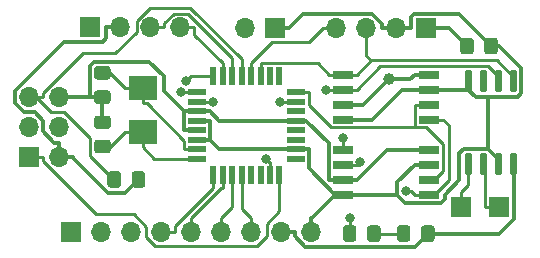
<source format=gtl>
%TF.GenerationSoftware,KiCad,Pcbnew,(5.1.6-0-10_14)*%
%TF.CreationDate,2020-11-29T14:34:25+01:00*%
%TF.ProjectId,ArduinoClone,41726475-696e-46f4-936c-6f6e652e6b69,v1.0*%
%TF.SameCoordinates,Original*%
%TF.FileFunction,Copper,L1,Top*%
%TF.FilePolarity,Positive*%
%FSLAX46Y46*%
G04 Gerber Fmt 4.6, Leading zero omitted, Abs format (unit mm)*
G04 Created by KiCad (PCBNEW (5.1.6-0-10_14)) date 2020-11-29 14:34:25*
%MOMM*%
%LPD*%
G01*
G04 APERTURE LIST*
%TA.AperFunction,ComponentPad*%
%ADD10O,1.700000X1.700000*%
%TD*%
%TA.AperFunction,ComponentPad*%
%ADD11R,1.700000X1.700000*%
%TD*%
%TA.AperFunction,SMDPad,CuDef*%
%ADD12R,1.700000X0.650000*%
%TD*%
%TA.AperFunction,SMDPad,CuDef*%
%ADD13R,0.550000X1.500000*%
%TD*%
%TA.AperFunction,SMDPad,CuDef*%
%ADD14R,1.500000X0.550000*%
%TD*%
%TA.AperFunction,SMDPad,CuDef*%
%ADD15R,1.750000X1.800000*%
%TD*%
%TA.AperFunction,SMDPad,CuDef*%
%ADD16R,2.400000X2.000000*%
%TD*%
%TA.AperFunction,ViaPad*%
%ADD17C,1.000000*%
%TD*%
%TA.AperFunction,ViaPad*%
%ADD18C,0.800000*%
%TD*%
%TA.AperFunction,Conductor*%
%ADD19C,0.300000*%
%TD*%
%TA.AperFunction,Conductor*%
%ADD20C,0.250000*%
%TD*%
G04 APERTURE END LIST*
D10*
%TO.P,BT1,2*%
%TO.N,GNDPWR*%
X112141000Y-128778000D03*
D11*
%TO.P,BT1,1*%
%TO.N,/Vcc*%
X114681000Y-128778000D03*
%TD*%
%TO.P,C1,1*%
%TO.N,Net-(C1-Pad1)*%
%TA.AperFunction,SMDPad,CuDef*%
G36*
G01*
X99625999Y-131995000D02*
X100526001Y-131995000D01*
G75*
G02*
X100776000Y-132244999I0J-249999D01*
G01*
X100776000Y-132895001D01*
G75*
G02*
X100526001Y-133145000I-249999J0D01*
G01*
X99625999Y-133145000D01*
G75*
G02*
X99376000Y-132895001I0J249999D01*
G01*
X99376000Y-132244999D01*
G75*
G02*
X99625999Y-131995000I249999J0D01*
G01*
G37*
%TD.AperFunction*%
%TO.P,C1,2*%
%TO.N,GNDPWR*%
%TA.AperFunction,SMDPad,CuDef*%
G36*
G01*
X99625999Y-134045000D02*
X100526001Y-134045000D01*
G75*
G02*
X100776000Y-134294999I0J-249999D01*
G01*
X100776000Y-134945001D01*
G75*
G02*
X100526001Y-135195000I-249999J0D01*
G01*
X99625999Y-135195000D01*
G75*
G02*
X99376000Y-134945001I0J249999D01*
G01*
X99376000Y-134294999D01*
G75*
G02*
X99625999Y-134045000I249999J0D01*
G01*
G37*
%TD.AperFunction*%
%TD*%
%TO.P,C2,2*%
%TO.N,GNDPWR*%
%TA.AperFunction,SMDPad,CuDef*%
G36*
G01*
X100526001Y-137336000D02*
X99625999Y-137336000D01*
G75*
G02*
X99376000Y-137086001I0J249999D01*
G01*
X99376000Y-136435999D01*
G75*
G02*
X99625999Y-136186000I249999J0D01*
G01*
X100526001Y-136186000D01*
G75*
G02*
X100776000Y-136435999I0J-249999D01*
G01*
X100776000Y-137086001D01*
G75*
G02*
X100526001Y-137336000I-249999J0D01*
G01*
G37*
%TD.AperFunction*%
%TO.P,C2,1*%
%TO.N,Net-(C2-Pad1)*%
%TA.AperFunction,SMDPad,CuDef*%
G36*
G01*
X100526001Y-139386000D02*
X99625999Y-139386000D01*
G75*
G02*
X99376000Y-139136001I0J249999D01*
G01*
X99376000Y-138485999D01*
G75*
G02*
X99625999Y-138236000I249999J0D01*
G01*
X100526001Y-138236000D01*
G75*
G02*
X100776000Y-138485999I0J-249999D01*
G01*
X100776000Y-139136001D01*
G75*
G02*
X100526001Y-139386000I-249999J0D01*
G01*
G37*
%TD.AperFunction*%
%TD*%
%TO.P,C3,2*%
%TO.N,GNDPWR*%
%TA.AperFunction,SMDPad,CuDef*%
G36*
G01*
X131512000Y-129851999D02*
X131512000Y-130752001D01*
G75*
G02*
X131262001Y-131002000I-249999J0D01*
G01*
X130611999Y-131002000D01*
G75*
G02*
X130362000Y-130752001I0J249999D01*
G01*
X130362000Y-129851999D01*
G75*
G02*
X130611999Y-129602000I249999J0D01*
G01*
X131262001Y-129602000D01*
G75*
G02*
X131512000Y-129851999I0J-249999D01*
G01*
G37*
%TD.AperFunction*%
%TO.P,C3,1*%
%TO.N,/Vcc*%
%TA.AperFunction,SMDPad,CuDef*%
G36*
G01*
X133562000Y-129851999D02*
X133562000Y-130752001D01*
G75*
G02*
X133312001Y-131002000I-249999J0D01*
G01*
X132661999Y-131002000D01*
G75*
G02*
X132412000Y-130752001I0J249999D01*
G01*
X132412000Y-129851999D01*
G75*
G02*
X132661999Y-129602000I249999J0D01*
G01*
X133312001Y-129602000D01*
G75*
G02*
X133562000Y-129851999I0J-249999D01*
G01*
G37*
%TD.AperFunction*%
%TD*%
%TO.P,D1,1*%
%TO.N,Net-(D1-Pad1)*%
%TA.AperFunction,SMDPad,CuDef*%
G36*
G01*
X123638000Y-145726999D02*
X123638000Y-146627001D01*
G75*
G02*
X123388001Y-146877000I-249999J0D01*
G01*
X122737999Y-146877000D01*
G75*
G02*
X122488000Y-146627001I0J249999D01*
G01*
X122488000Y-145726999D01*
G75*
G02*
X122737999Y-145477000I249999J0D01*
G01*
X123388001Y-145477000D01*
G75*
G02*
X123638000Y-145726999I0J-249999D01*
G01*
G37*
%TD.AperFunction*%
%TO.P,D1,2*%
%TO.N,/SCK*%
%TA.AperFunction,SMDPad,CuDef*%
G36*
G01*
X121588000Y-145726999D02*
X121588000Y-146627001D01*
G75*
G02*
X121338001Y-146877000I-249999J0D01*
G01*
X120687999Y-146877000D01*
G75*
G02*
X120438000Y-146627001I0J249999D01*
G01*
X120438000Y-145726999D01*
G75*
G02*
X120687999Y-145477000I249999J0D01*
G01*
X121338001Y-145477000D01*
G75*
G02*
X121588000Y-145726999I0J-249999D01*
G01*
G37*
%TD.AperFunction*%
%TD*%
%TO.P,J1,1*%
%TO.N,/D2*%
X97409000Y-146050000D03*
D10*
%TO.P,J1,2*%
%TO.N,/D3*%
X99949000Y-146050000D03*
%TO.P,J1,3*%
%TO.N,/D4*%
X102489000Y-146050000D03*
%TO.P,J1,4*%
%TO.N,/D5*%
X105029000Y-146050000D03*
%TO.P,J1,5*%
%TO.N,/D6*%
X107569000Y-146050000D03*
%TO.P,J1,6*%
%TO.N,/D7*%
X110109000Y-146050000D03*
%TO.P,J1,7*%
%TO.N,/D8*%
X112649000Y-146050000D03*
%TO.P,J1,8*%
%TO.N,GNDPWR*%
X115189000Y-146050000D03*
%TO.P,J1,9*%
%TO.N,/Vcc*%
X117729000Y-146050000D03*
%TD*%
D11*
%TO.P,J2,1*%
%TO.N,GNDPWR*%
X99060000Y-128728000D03*
D10*
%TO.P,J2,2*%
%TO.N,/Vcc*%
X101600000Y-128728000D03*
%TO.P,J2,3*%
%TO.N,/RX*%
X104140000Y-128728000D03*
%TO.P,J2,4*%
%TO.N,/TX*%
X106680000Y-128728000D03*
%TD*%
%TO.P,J3,4*%
%TO.N,/SCK*%
X119888000Y-128778000D03*
%TO.P,J3,3*%
%TO.N,/SDA*%
X122428000Y-128778000D03*
%TO.P,J3,2*%
%TO.N,/Vcc*%
X124968000Y-128778000D03*
D11*
%TO.P,J3,1*%
%TO.N,GNDPWR*%
X127508000Y-128778000D03*
%TD*%
%TO.P,J4,1*%
%TO.N,/MISO*%
X93853000Y-139700000D03*
D10*
%TO.P,J4,2*%
%TO.N,/Vcc*%
X96393000Y-139700000D03*
%TO.P,J4,3*%
%TO.N,/SCK*%
X93853000Y-137160000D03*
%TO.P,J4,4*%
%TO.N,/MOSI*%
X96393000Y-137160000D03*
%TO.P,J4,5*%
%TO.N,/RESET*%
X93853000Y-134620000D03*
%TO.P,J4,6*%
%TO.N,GNDPWR*%
X96393000Y-134620000D03*
%TD*%
%TO.P,R1,1*%
%TO.N,Net-(D1-Pad1)*%
%TA.AperFunction,SMDPad,CuDef*%
G36*
G01*
X125010000Y-146627001D02*
X125010000Y-145726999D01*
G75*
G02*
X125259999Y-145477000I249999J0D01*
G01*
X125910001Y-145477000D01*
G75*
G02*
X126160000Y-145726999I0J-249999D01*
G01*
X126160000Y-146627001D01*
G75*
G02*
X125910001Y-146877000I-249999J0D01*
G01*
X125259999Y-146877000D01*
G75*
G02*
X125010000Y-146627001I0J249999D01*
G01*
G37*
%TD.AperFunction*%
%TO.P,R1,2*%
%TO.N,GNDPWR*%
%TA.AperFunction,SMDPad,CuDef*%
G36*
G01*
X127060000Y-146627001D02*
X127060000Y-145726999D01*
G75*
G02*
X127309999Y-145477000I249999J0D01*
G01*
X127960001Y-145477000D01*
G75*
G02*
X128210000Y-145726999I0J-249999D01*
G01*
X128210000Y-146627001D01*
G75*
G02*
X127960001Y-146877000I-249999J0D01*
G01*
X127309999Y-146877000D01*
G75*
G02*
X127060000Y-146627001I0J249999D01*
G01*
G37*
%TD.AperFunction*%
%TD*%
%TO.P,R2,2*%
%TO.N,/Vcc*%
%TA.AperFunction,SMDPad,CuDef*%
G36*
G01*
X102549000Y-142055001D02*
X102549000Y-141154999D01*
G75*
G02*
X102798999Y-140905000I249999J0D01*
G01*
X103449001Y-140905000D01*
G75*
G02*
X103699000Y-141154999I0J-249999D01*
G01*
X103699000Y-142055001D01*
G75*
G02*
X103449001Y-142305000I-249999J0D01*
G01*
X102798999Y-142305000D01*
G75*
G02*
X102549000Y-142055001I0J249999D01*
G01*
G37*
%TD.AperFunction*%
%TO.P,R2,1*%
%TO.N,/RESET*%
%TA.AperFunction,SMDPad,CuDef*%
G36*
G01*
X100499000Y-142055001D02*
X100499000Y-141154999D01*
G75*
G02*
X100748999Y-140905000I249999J0D01*
G01*
X101399001Y-140905000D01*
G75*
G02*
X101649000Y-141154999I0J-249999D01*
G01*
X101649000Y-142055001D01*
G75*
G02*
X101399001Y-142305000I-249999J0D01*
G01*
X100748999Y-142305000D01*
G75*
G02*
X100499000Y-142055001I0J249999D01*
G01*
G37*
%TD.AperFunction*%
%TD*%
D12*
%TO.P,U1,8*%
%TO.N,/Vcc*%
X120429000Y-142875000D03*
%TO.P,U1,7*%
%TO.N,GNDPWR*%
X120429000Y-141605000D03*
%TO.P,U1,6*%
%TO.N,/SCK*%
X120429000Y-140335000D03*
%TO.P,U1,5*%
%TO.N,/SDA*%
X120429000Y-139065000D03*
%TO.P,U1,4*%
%TO.N,GNDPWR*%
X127729000Y-139065000D03*
%TO.P,U1,3*%
%TO.N,/Vcc*%
X127729000Y-140335000D03*
%TO.P,U1,2*%
%TO.N,/ADDS2*%
X127729000Y-141605000D03*
%TO.P,U1,1*%
%TO.N,/ADDS1*%
X127729000Y-142875000D03*
%TD*%
%TO.P,U2,1*%
%TO.N,/ADDS1*%
X127729000Y-136525000D03*
%TO.P,U2,2*%
%TO.N,/ADDS2*%
X127729000Y-135255000D03*
%TO.P,U2,3*%
%TO.N,/Vcc*%
X127729000Y-133985000D03*
%TO.P,U2,4*%
%TO.N,GNDPWR*%
X127729000Y-132715000D03*
%TO.P,U2,5*%
%TO.N,/SDA*%
X120429000Y-132715000D03*
%TO.P,U2,6*%
%TO.N,/SCK*%
X120429000Y-133985000D03*
%TO.P,U2,7*%
%TO.N,GNDPWR*%
X120429000Y-135255000D03*
%TO.P,U2,8*%
%TO.N,/Vcc*%
X120429000Y-136525000D03*
%TD*%
%TO.P,U3,1*%
%TO.N,Net-(U3-Pad1)*%
%TA.AperFunction,SMDPad,CuDef*%
G36*
G01*
X131214000Y-141229000D02*
X130914000Y-141229000D01*
G75*
G02*
X130764000Y-141079000I0J150000D01*
G01*
X130764000Y-139479000D01*
G75*
G02*
X130914000Y-139329000I150000J0D01*
G01*
X131214000Y-139329000D01*
G75*
G02*
X131364000Y-139479000I0J-150000D01*
G01*
X131364000Y-141079000D01*
G75*
G02*
X131214000Y-141229000I-150000J0D01*
G01*
G37*
%TD.AperFunction*%
%TO.P,U3,2*%
%TO.N,Net-(U3-Pad2)*%
%TA.AperFunction,SMDPad,CuDef*%
G36*
G01*
X132484000Y-141229000D02*
X132184000Y-141229000D01*
G75*
G02*
X132034000Y-141079000I0J150000D01*
G01*
X132034000Y-139479000D01*
G75*
G02*
X132184000Y-139329000I150000J0D01*
G01*
X132484000Y-139329000D01*
G75*
G02*
X132634000Y-139479000I0J-150000D01*
G01*
X132634000Y-141079000D01*
G75*
G02*
X132484000Y-141229000I-150000J0D01*
G01*
G37*
%TD.AperFunction*%
%TO.P,U3,3*%
%TO.N,/Vcc*%
%TA.AperFunction,SMDPad,CuDef*%
G36*
G01*
X133754000Y-141229000D02*
X133454000Y-141229000D01*
G75*
G02*
X133304000Y-141079000I0J150000D01*
G01*
X133304000Y-139479000D01*
G75*
G02*
X133454000Y-139329000I150000J0D01*
G01*
X133754000Y-139329000D01*
G75*
G02*
X133904000Y-139479000I0J-150000D01*
G01*
X133904000Y-141079000D01*
G75*
G02*
X133754000Y-141229000I-150000J0D01*
G01*
G37*
%TD.AperFunction*%
%TO.P,U3,4*%
%TO.N,GNDPWR*%
%TA.AperFunction,SMDPad,CuDef*%
G36*
G01*
X135024000Y-141229000D02*
X134724000Y-141229000D01*
G75*
G02*
X134574000Y-141079000I0J150000D01*
G01*
X134574000Y-139479000D01*
G75*
G02*
X134724000Y-139329000I150000J0D01*
G01*
X135024000Y-139329000D01*
G75*
G02*
X135174000Y-139479000I0J-150000D01*
G01*
X135174000Y-141079000D01*
G75*
G02*
X135024000Y-141229000I-150000J0D01*
G01*
G37*
%TD.AperFunction*%
%TO.P,U3,5*%
%TO.N,/SDA*%
%TA.AperFunction,SMDPad,CuDef*%
G36*
G01*
X135024000Y-134229000D02*
X134724000Y-134229000D01*
G75*
G02*
X134574000Y-134079000I0J150000D01*
G01*
X134574000Y-132479000D01*
G75*
G02*
X134724000Y-132329000I150000J0D01*
G01*
X135024000Y-132329000D01*
G75*
G02*
X135174000Y-132479000I0J-150000D01*
G01*
X135174000Y-134079000D01*
G75*
G02*
X135024000Y-134229000I-150000J0D01*
G01*
G37*
%TD.AperFunction*%
%TO.P,U3,6*%
%TO.N,/SCK*%
%TA.AperFunction,SMDPad,CuDef*%
G36*
G01*
X133754000Y-134229000D02*
X133454000Y-134229000D01*
G75*
G02*
X133304000Y-134079000I0J150000D01*
G01*
X133304000Y-132479000D01*
G75*
G02*
X133454000Y-132329000I150000J0D01*
G01*
X133754000Y-132329000D01*
G75*
G02*
X133904000Y-132479000I0J-150000D01*
G01*
X133904000Y-134079000D01*
G75*
G02*
X133754000Y-134229000I-150000J0D01*
G01*
G37*
%TD.AperFunction*%
%TO.P,U3,7*%
%TO.N,Net-(U3-Pad7)*%
%TA.AperFunction,SMDPad,CuDef*%
G36*
G01*
X132484000Y-134229000D02*
X132184000Y-134229000D01*
G75*
G02*
X132034000Y-134079000I0J150000D01*
G01*
X132034000Y-132479000D01*
G75*
G02*
X132184000Y-132329000I150000J0D01*
G01*
X132484000Y-132329000D01*
G75*
G02*
X132634000Y-132479000I0J-150000D01*
G01*
X132634000Y-134079000D01*
G75*
G02*
X132484000Y-134229000I-150000J0D01*
G01*
G37*
%TD.AperFunction*%
%TO.P,U3,8*%
%TO.N,/Vcc*%
%TA.AperFunction,SMDPad,CuDef*%
G36*
G01*
X131214000Y-134229000D02*
X130914000Y-134229000D01*
G75*
G02*
X130764000Y-134079000I0J150000D01*
G01*
X130764000Y-132479000D01*
G75*
G02*
X130914000Y-132329000I150000J0D01*
G01*
X131214000Y-132329000D01*
G75*
G02*
X131364000Y-132479000I0J-150000D01*
G01*
X131364000Y-134079000D01*
G75*
G02*
X131214000Y-134229000I-150000J0D01*
G01*
G37*
%TD.AperFunction*%
%TD*%
D13*
%TO.P,U4,9*%
%TO.N,/D5*%
X109468000Y-141233000D03*
D14*
%TO.P,U4,1*%
%TO.N,/D3*%
X108068000Y-134233000D03*
%TO.P,U4,2*%
%TO.N,/D4*%
X108068000Y-135033000D03*
%TO.P,U4,3*%
%TO.N,GNDPWR*%
X108068000Y-135833000D03*
%TO.P,U4,4*%
%TO.N,/Vcc*%
X108068000Y-136633000D03*
%TO.P,U4,5*%
%TO.N,GNDPWR*%
X108068000Y-137433000D03*
%TO.P,U4,6*%
%TO.N,/Vcc*%
X108068000Y-138233000D03*
%TO.P,U4,7*%
%TO.N,Net-(C1-Pad1)*%
X108068000Y-139033000D03*
%TO.P,U4,8*%
%TO.N,Net-(C2-Pad1)*%
X108068000Y-139833000D03*
D13*
%TO.P,U4,10*%
%TO.N,/D6*%
X110268000Y-141233000D03*
%TO.P,U4,11*%
%TO.N,/D7*%
X111068000Y-141233000D03*
%TO.P,U4,12*%
%TO.N,/D8*%
X111868000Y-141233000D03*
%TO.P,U4,13*%
%TO.N,Net-(U4-Pad13)*%
X112668000Y-141233000D03*
%TO.P,U4,14*%
%TO.N,Net-(U4-Pad14)*%
X113468000Y-141233000D03*
%TO.P,U4,15*%
%TO.N,/MOSI*%
X114268000Y-141233000D03*
%TO.P,U4,16*%
%TO.N,/MISO*%
X115068000Y-141233000D03*
D14*
%TO.P,U4,17*%
%TO.N,Net-(U4-Pad17)*%
X116468000Y-139833000D03*
%TO.P,U4,18*%
%TO.N,/Vcc*%
X116468000Y-139033000D03*
%TO.P,U4,19*%
%TO.N,Net-(U4-Pad19)*%
X116468000Y-138233000D03*
%TO.P,U4,20*%
%TO.N,Net-(U4-Pad20)*%
X116468000Y-137433000D03*
%TO.P,U4,21*%
%TO.N,GNDPWR*%
X116468000Y-136633000D03*
%TO.P,U4,22*%
%TO.N,Net-(U4-Pad22)*%
X116468000Y-135833000D03*
%TO.P,U4,23*%
%TO.N,/ADDS1*%
X116468000Y-135033000D03*
%TO.P,U4,24*%
%TO.N,/ADDS2*%
X116468000Y-134233000D03*
D13*
%TO.P,U4,25*%
%TO.N,Net-(U4-Pad25)*%
X115068000Y-132833000D03*
%TO.P,U4,26*%
%TO.N,Net-(U4-Pad26)*%
X114268000Y-132833000D03*
%TO.P,U4,27*%
%TO.N,/SDA*%
X113468000Y-132833000D03*
%TO.P,U4,28*%
%TO.N,/SCK*%
X112668000Y-132833000D03*
%TO.P,U4,29*%
%TO.N,/RESET*%
X111868000Y-132833000D03*
%TO.P,U4,30*%
%TO.N,/RX*%
X111068000Y-132833000D03*
%TO.P,U4,31*%
%TO.N,/TX*%
X110268000Y-132833000D03*
%TO.P,U4,32*%
%TO.N,/D2*%
X109468000Y-132833000D03*
%TD*%
D15*
%TO.P,Y1,1*%
%TO.N,Net-(U3-Pad2)*%
X133679000Y-143891000D03*
%TO.P,Y1,2*%
%TO.N,Net-(U3-Pad1)*%
X130429000Y-143891000D03*
%TD*%
D16*
%TO.P,Y2,1*%
%TO.N,Net-(C1-Pad1)*%
X103505000Y-133841000D03*
%TO.P,Y2,2*%
%TO.N,Net-(C2-Pad1)*%
X103505000Y-137541000D03*
%TD*%
D17*
%TO.N,GNDPWR*%
X124349100Y-133085300D03*
D18*
%TO.N,/SCK*%
X121886800Y-140092200D03*
X118972600Y-133985000D03*
X121013000Y-144830100D03*
%TO.N,/D2*%
X107181500Y-133244200D03*
%TO.N,/D3*%
X106698600Y-134233000D03*
%TO.N,/D4*%
X109428500Y-135033000D03*
%TO.N,/SDA*%
X120429000Y-138124700D03*
%TO.N,/MOSI*%
X113908600Y-139873600D03*
%TO.N,/ADDS1*%
X115095900Y-135033000D03*
X125774000Y-142549900D03*
%TD*%
D19*
%TO.N,/Vcc*%
X109168300Y-136633000D02*
X109168300Y-138233000D01*
X108068000Y-136633000D02*
X109168300Y-136633000D01*
X108068000Y-138233000D02*
X109168300Y-138233000D01*
X102026200Y-142702800D02*
X103124000Y-141605000D01*
X100521100Y-142702800D02*
X102026200Y-142702800D01*
X97593300Y-139775000D02*
X100521100Y-142702800D01*
X97593300Y-139700000D02*
X97593300Y-139775000D01*
X96393000Y-139700000D02*
X97593300Y-139700000D01*
X96019900Y-138499700D02*
X96393000Y-138499700D01*
X95053400Y-137533200D02*
X96019900Y-138499700D01*
X95053400Y-136613200D02*
X95053400Y-137533200D01*
X94345200Y-135905000D02*
X95053400Y-136613200D01*
X93397700Y-135905000D02*
X94345200Y-135905000D01*
X92644900Y-135152200D02*
X93397700Y-135905000D01*
X92644900Y-134123800D02*
X92644900Y-135152200D01*
X96840400Y-129928300D02*
X92644900Y-134123800D01*
X100099700Y-129928300D02*
X96840400Y-129928300D01*
X100399700Y-129628300D02*
X100099700Y-129928300D01*
X100399700Y-128728000D02*
X100399700Y-129628300D01*
X101600000Y-128728000D02*
X100399700Y-128728000D01*
X96393000Y-139700000D02*
X96393000Y-138499700D01*
X124968000Y-128778000D02*
X126168300Y-128778000D01*
X126168300Y-127841300D02*
X126168300Y-128778000D01*
X126432000Y-127577600D02*
X126168300Y-127841300D01*
X130262600Y-127577600D02*
X126432000Y-127577600D01*
X132987000Y-130302000D02*
X130262600Y-127577600D01*
X123767700Y-128405000D02*
X123767700Y-128778000D01*
X122940300Y-127577600D02*
X123767700Y-128405000D01*
X117081700Y-127577600D02*
X122940300Y-127577600D01*
X115881300Y-128778000D02*
X117081700Y-127577600D01*
X114681000Y-128778000D02*
X115881300Y-128778000D01*
X124968000Y-128778000D02*
X123767700Y-128778000D01*
X125437300Y-133985000D02*
X127729000Y-133985000D01*
X122897300Y-136525000D02*
X125437300Y-133985000D01*
X120429000Y-136525000D02*
X122897300Y-136525000D01*
X127729000Y-140335000D02*
X126528700Y-140335000D01*
X127729000Y-133985000D02*
X128929300Y-133985000D01*
X131064000Y-133985000D02*
X128929300Y-133985000D01*
X131064000Y-133985000D02*
X131064000Y-133279000D01*
X120429000Y-142875000D02*
X119782800Y-142875000D01*
X117808100Y-144849700D02*
X117729000Y-144849700D01*
X119782800Y-142875000D02*
X117808100Y-144849700D01*
X117729000Y-146050000D02*
X117729000Y-144849700D01*
X109968300Y-139033000D02*
X116468000Y-139033000D01*
X109168300Y-138233000D02*
X109968300Y-139033000D01*
X117568300Y-140660500D02*
X119782800Y-142875000D01*
X117568300Y-139033000D02*
X117568300Y-140660500D01*
X116468000Y-139033000D02*
X117568300Y-139033000D01*
X133604000Y-139847300D02*
X133604000Y-140279000D01*
X132734700Y-138978000D02*
X133604000Y-139847300D01*
X132734700Y-134596300D02*
X132734700Y-138978000D01*
X135236500Y-134596300D02*
X132734700Y-134596300D01*
X135530200Y-134302600D02*
X135236500Y-134596300D01*
X135530200Y-132201900D02*
X135530200Y-134302600D01*
X133630300Y-130302000D02*
X135530200Y-132201900D01*
X132987000Y-130302000D02*
X133630300Y-130302000D01*
X131675300Y-134596300D02*
X131064000Y-133985000D01*
X132734700Y-134596300D02*
X131675300Y-134596300D01*
X125023700Y-141840000D02*
X125023700Y-142875000D01*
X126528700Y-140335000D02*
X125023700Y-141840000D01*
X125699100Y-143550400D02*
X125023700Y-142875000D01*
X128764600Y-143550400D02*
X125699100Y-143550400D01*
X129052600Y-143262400D02*
X128764600Y-143550400D01*
X129052600Y-142918000D02*
X129052600Y-143262400D01*
X130298800Y-141671800D02*
X129052600Y-142918000D01*
X130298800Y-139331900D02*
X130298800Y-141671800D01*
X130652700Y-138978000D02*
X130298800Y-139331900D01*
X132734700Y-138978000D02*
X130652700Y-138978000D01*
X125023700Y-142875000D02*
X120429000Y-142875000D01*
%TO.N,GNDPWR*%
X108395000Y-135833000D02*
X109168300Y-135833000D01*
X109968300Y-136633000D02*
X116468000Y-136633000D01*
X109168300Y-135833000D02*
X109968300Y-136633000D01*
X120429000Y-141605000D02*
X119228700Y-141605000D01*
X100076000Y-134620000D02*
X100076000Y-136761000D01*
X124169300Y-139065000D02*
X127729000Y-139065000D01*
X121629300Y-141605000D02*
X124169300Y-139065000D01*
X120429000Y-141605000D02*
X121629300Y-141605000D01*
X108395000Y-135833000D02*
X108068000Y-135833000D01*
X108068000Y-137433000D02*
X106967700Y-137433000D01*
X108068000Y-135833000D02*
X107092800Y-135833000D01*
X107092800Y-135833000D02*
X106967700Y-135833000D01*
X106967700Y-135833000D02*
X106967700Y-137433000D01*
X96393000Y-134620000D02*
X96993200Y-134620000D01*
X98997800Y-132015200D02*
X98997800Y-134620000D01*
X99391100Y-131621900D02*
X98997800Y-132015200D01*
X103994200Y-131621900D02*
X99391100Y-131621900D01*
X105251400Y-132879100D02*
X103994200Y-131621900D01*
X105251400Y-134116700D02*
X105251400Y-132879100D01*
X106967700Y-135833000D02*
X105251400Y-134116700D01*
X96993200Y-134620000D02*
X98997800Y-134620000D01*
X98997800Y-134620000D02*
X100076000Y-134620000D01*
X115189000Y-146050000D02*
X116389300Y-146050000D01*
X126511100Y-147300900D02*
X127635000Y-146177000D01*
X117265100Y-147300900D02*
X126511100Y-147300900D01*
X116389300Y-146425100D02*
X117265100Y-147300900D01*
X116389300Y-146050000D02*
X116389300Y-146425100D01*
X134904400Y-140309400D02*
X134874000Y-140279000D01*
X134904400Y-144939200D02*
X134904400Y-140309400D01*
X133666600Y-146177000D02*
X134904400Y-144939200D01*
X127635000Y-146177000D02*
X133666600Y-146177000D01*
X126158400Y-133085300D02*
X126528700Y-132715000D01*
X124349100Y-133085300D02*
X126158400Y-133085300D01*
X127729000Y-132715000D02*
X126528700Y-132715000D01*
X129413000Y-128778000D02*
X130937000Y-130302000D01*
X127508000Y-128778000D02*
X129413000Y-128778000D01*
X122179400Y-135255000D02*
X120429000Y-135255000D01*
X124349100Y-133085300D02*
X122179400Y-135255000D01*
X116468000Y-136633000D02*
X117349500Y-136633000D01*
X119228700Y-138512200D02*
X119228700Y-141605000D01*
X117349500Y-136633000D02*
X119228700Y-138512200D01*
D20*
%TO.N,Net-(C1-Pad1)*%
X106992700Y-138322700D02*
X106992700Y-139033000D01*
X103836300Y-135166300D02*
X106992700Y-138322700D01*
X103505000Y-135166300D02*
X103836300Y-135166300D01*
X108068000Y-139033000D02*
X106992700Y-139033000D01*
X103505000Y-133892400D02*
X103505000Y-135166300D01*
X103505000Y-133892400D02*
X103505000Y-133841000D01*
X100708700Y-132570000D02*
X100076000Y-132570000D01*
X101979700Y-133841000D02*
X100708700Y-132570000D01*
X103505000Y-133841000D02*
X101979700Y-133841000D01*
%TO.N,Net-(C2-Pad1)*%
X100709700Y-138811000D02*
X100076000Y-138811000D01*
X101979700Y-137541000D02*
X100709700Y-138811000D01*
X103505000Y-137541000D02*
X101979700Y-137541000D01*
X104471700Y-139833000D02*
X103505000Y-138866300D01*
X108068000Y-139833000D02*
X104471700Y-139833000D01*
X103505000Y-137541000D02*
X103505000Y-138866300D01*
%TO.N,Net-(D1-Pad1)*%
X123063000Y-146177000D02*
X125585000Y-146177000D01*
%TO.N,/SCK*%
X120429000Y-140335000D02*
X121604300Y-140335000D01*
X121847100Y-140092200D02*
X121886800Y-140092200D01*
X121604300Y-140335000D02*
X121847100Y-140092200D01*
X119253700Y-133985000D02*
X118972600Y-133985000D01*
X119841400Y-133985000D02*
X119253700Y-133985000D01*
X119841400Y-133985000D02*
X120429000Y-133985000D01*
X133604000Y-132866700D02*
X133604000Y-133279000D01*
X132712600Y-131975300D02*
X133604000Y-132866700D01*
X123614000Y-131975300D02*
X132712600Y-131975300D01*
X121604300Y-133985000D02*
X123614000Y-131975300D01*
X120429000Y-133985000D02*
X121604300Y-133985000D01*
X117537400Y-129953300D02*
X118712700Y-128778000D01*
X114472400Y-129953300D02*
X117537400Y-129953300D01*
X112668000Y-131757700D02*
X114472400Y-129953300D01*
X112668000Y-132833000D02*
X112668000Y-131757700D01*
X119888000Y-128778000D02*
X118712700Y-128778000D01*
X121013000Y-144830100D02*
X121013000Y-146177000D01*
%TO.N,/D2*%
X107592700Y-132833000D02*
X107181500Y-133244200D01*
X109468000Y-132833000D02*
X107592700Y-132833000D01*
%TO.N,/D3*%
X108068000Y-134233000D02*
X106992700Y-134233000D01*
X106992700Y-134233000D02*
X106698600Y-134233000D01*
%TO.N,/D4*%
X108068000Y-135033000D02*
X109428500Y-135033000D01*
%TO.N,/D5*%
X106204300Y-145572000D02*
X106204300Y-146050000D01*
X109468000Y-142308300D02*
X106204300Y-145572000D01*
X109468000Y-141233000D02*
X109468000Y-142308300D01*
X105029000Y-146050000D02*
X106204300Y-146050000D01*
%TO.N,/D6*%
X110135400Y-142308300D02*
X107569000Y-144874700D01*
X110268000Y-142308300D02*
X110135400Y-142308300D01*
X107569000Y-146050000D02*
X107569000Y-144874700D01*
X110268000Y-141233000D02*
X110268000Y-142308300D01*
%TO.N,/D7*%
X111068000Y-143915700D02*
X110109000Y-144874700D01*
X111068000Y-141233000D02*
X111068000Y-143915700D01*
X110109000Y-146050000D02*
X110109000Y-144874700D01*
%TO.N,/D8*%
X111868000Y-144093700D02*
X112649000Y-144874700D01*
X111868000Y-141233000D02*
X111868000Y-144093700D01*
X112649000Y-146050000D02*
X112649000Y-144874700D01*
%TO.N,/RX*%
X105315300Y-128360600D02*
X105315300Y-128728000D01*
X106123200Y-127552700D02*
X105315300Y-128360600D01*
X107346500Y-127552700D02*
X106123200Y-127552700D01*
X111068000Y-131274200D02*
X107346500Y-127552700D01*
X111068000Y-132833000D02*
X111068000Y-131274200D01*
X104140000Y-128728000D02*
X105315300Y-128728000D01*
%TO.N,/TX*%
X107855300Y-129345000D02*
X107855300Y-128728000D01*
X110268000Y-131757700D02*
X107855300Y-129345000D01*
X110268000Y-132833000D02*
X110268000Y-131757700D01*
X106680000Y-128728000D02*
X107855300Y-128728000D01*
%TO.N,/SDA*%
X122428000Y-128778000D02*
X122428000Y-129953300D01*
X121604300Y-132715000D02*
X122822100Y-131497200D01*
X122428000Y-131103100D02*
X122822100Y-131497200D01*
X122428000Y-129953300D02*
X122428000Y-131103100D01*
X134874000Y-132905700D02*
X134874000Y-133279000D01*
X133465500Y-131497200D02*
X134874000Y-132905700D01*
X122822100Y-131497200D02*
X133465500Y-131497200D01*
X120429000Y-132715000D02*
X121604300Y-132715000D01*
X118296400Y-131757700D02*
X119253700Y-132715000D01*
X113468000Y-131757700D02*
X118296400Y-131757700D01*
X113468000Y-132833000D02*
X113468000Y-131757700D01*
X120429000Y-132715000D02*
X119253700Y-132715000D01*
X120429000Y-138124700D02*
X120429000Y-139065000D01*
%TO.N,/MISO*%
X95028300Y-140067300D02*
X95028300Y-139700000D01*
X99517000Y-144556000D02*
X95028300Y-140067300D01*
X102730500Y-144556000D02*
X99517000Y-144556000D01*
X103759000Y-145584500D02*
X102730500Y-144556000D01*
X103759000Y-146444200D02*
X103759000Y-145584500D01*
X104540200Y-147225400D02*
X103759000Y-146444200D01*
X113159700Y-147225400D02*
X104540200Y-147225400D01*
X113988300Y-146396800D02*
X113159700Y-147225400D01*
X113988300Y-145335900D02*
X113988300Y-146396800D01*
X115068000Y-144256200D02*
X113988300Y-145335900D01*
X115068000Y-141233000D02*
X115068000Y-144256200D01*
X93853000Y-139700000D02*
X95028300Y-139700000D01*
%TO.N,/MOSI*%
X114268000Y-141233000D02*
X114268000Y-140157700D01*
X114192700Y-140157700D02*
X113908600Y-139873600D01*
X114268000Y-140157700D02*
X114192700Y-140157700D01*
%TO.N,/RESET*%
X95028300Y-134252700D02*
X95028300Y-134620000D01*
X98391500Y-130889500D02*
X95028300Y-134252700D01*
X101170600Y-130889500D02*
X98391500Y-130889500D01*
X102964600Y-129095500D02*
X101170600Y-130889500D01*
X102964600Y-128179200D02*
X102964600Y-129095500D01*
X104078800Y-127065000D02*
X102964600Y-128179200D01*
X107530100Y-127065000D02*
X104078800Y-127065000D01*
X111868000Y-131402900D02*
X107530100Y-127065000D01*
X111868000Y-132833000D02*
X111868000Y-131402900D01*
X93853000Y-134620000D02*
X94440700Y-134620000D01*
X94440700Y-134620000D02*
X95028300Y-134620000D01*
X99045800Y-139576800D02*
X101074000Y-141605000D01*
X99045800Y-138124700D02*
X99045800Y-139576800D01*
X96811100Y-135890000D02*
X99045800Y-138124700D01*
X95710700Y-135890000D02*
X96811100Y-135890000D01*
X94440700Y-134620000D02*
X95710700Y-135890000D01*
%TO.N,/ADDS2*%
X127729000Y-135255000D02*
X126553700Y-135255000D01*
X126553700Y-137175300D02*
X126553700Y-135255000D01*
X128145900Y-141605000D02*
X127729000Y-141605000D01*
X128904400Y-140846500D02*
X128145900Y-141605000D01*
X128904400Y-138596600D02*
X128904400Y-140846500D01*
X127483100Y-137175300D02*
X128904400Y-138596600D01*
X126553700Y-137175300D02*
X127483100Y-137175300D01*
X119441200Y-137175300D02*
X126553700Y-137175300D01*
X117543300Y-135277400D02*
X119441200Y-137175300D01*
X117543300Y-134233000D02*
X117543300Y-135277400D01*
X116468000Y-134233000D02*
X117543300Y-134233000D01*
%TO.N,/ADDS1*%
X129382200Y-137002900D02*
X128904300Y-136525000D01*
X129382200Y-141638700D02*
X129382200Y-137002900D01*
X128145900Y-142875000D02*
X129382200Y-141638700D01*
X127729000Y-142875000D02*
X128145900Y-142875000D01*
X127729000Y-136525000D02*
X128904300Y-136525000D01*
X126228600Y-142549900D02*
X126553700Y-142875000D01*
X125774000Y-142549900D02*
X126228600Y-142549900D01*
X127729000Y-142875000D02*
X126553700Y-142875000D01*
X116468000Y-135033000D02*
X115392700Y-135033000D01*
X115392700Y-135033000D02*
X115095900Y-135033000D01*
%TO.N,Net-(U3-Pad1)*%
X131064000Y-142030700D02*
X131064000Y-140279000D01*
X130429000Y-142665700D02*
X131064000Y-142030700D01*
X130429000Y-143891000D02*
X130429000Y-142665700D01*
%TO.N,Net-(U3-Pad2)*%
X132478700Y-140423700D02*
X132334000Y-140279000D01*
X132478700Y-143891000D02*
X132478700Y-140423700D01*
X133679000Y-143891000D02*
X132478700Y-143891000D01*
%TD*%
M02*

</source>
